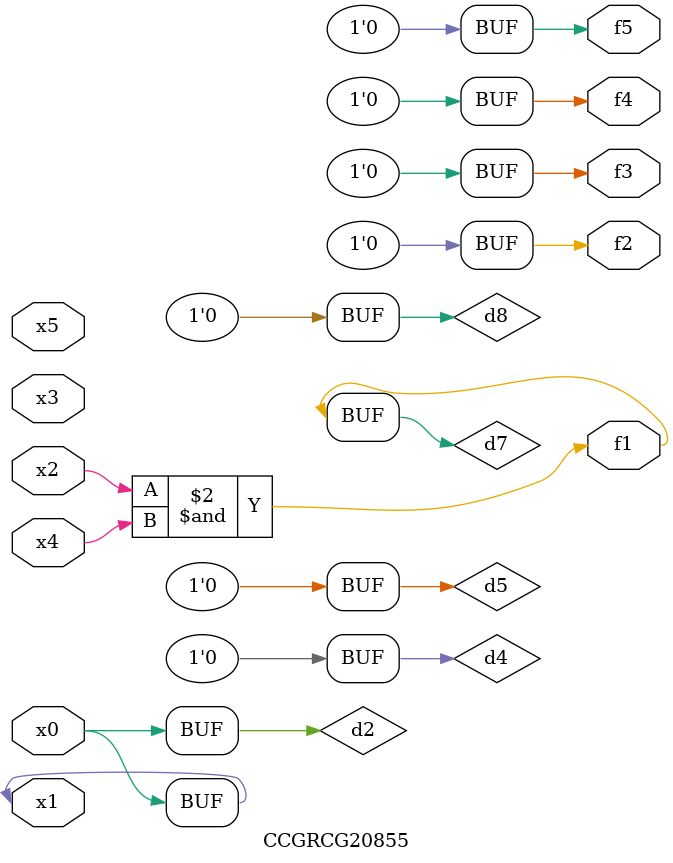
<source format=v>
module CCGRCG20855(
	input x0, x1, x2, x3, x4, x5,
	output f1, f2, f3, f4, f5
);

	wire d1, d2, d3, d4, d5, d6, d7, d8, d9;

	nand (d1, x1);
	buf (d2, x0, x1);
	nand (d3, x2, x4);
	and (d4, d1, d2);
	and (d5, d1, d2);
	nand (d6, d1, d3);
	not (d7, d3);
	xor (d8, d5);
	nor (d9, d5, d6);
	assign f1 = d7;
	assign f2 = d8;
	assign f3 = d8;
	assign f4 = d8;
	assign f5 = d8;
endmodule

</source>
